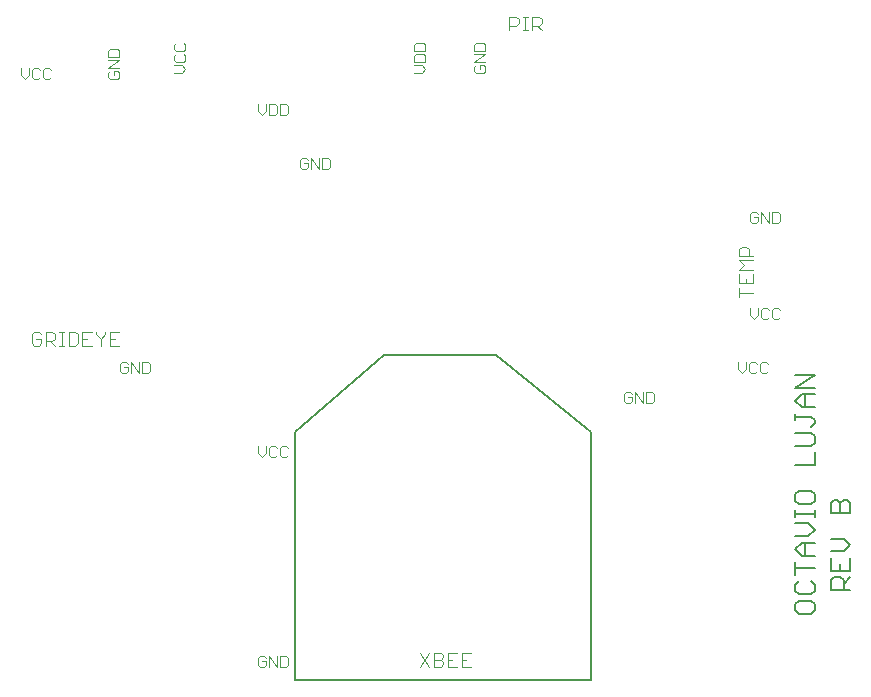
<source format=gto>
G75*
%MOIN*%
%OFA0B0*%
%FSLAX25Y25*%
%IPPOS*%
%LPD*%
%AMOC8*
5,1,8,0,0,1.08239X$1,22.5*
%
%ADD10C,0.00600*%
%ADD11C,0.00300*%
%ADD12C,0.00400*%
%ADD13C,0.00500*%
D10*
X0340091Y0030790D02*
X0341159Y0029722D01*
X0345429Y0029722D01*
X0346496Y0030790D01*
X0346496Y0032925D01*
X0345429Y0033992D01*
X0341159Y0033992D01*
X0340091Y0032925D01*
X0340091Y0030790D01*
X0341159Y0036168D02*
X0345429Y0036168D01*
X0346496Y0037235D01*
X0346496Y0039370D01*
X0345429Y0040438D01*
X0341159Y0040438D02*
X0340091Y0039370D01*
X0340091Y0037235D01*
X0341159Y0036168D01*
X0340091Y0042613D02*
X0340091Y0046883D01*
X0340091Y0044748D02*
X0346496Y0044748D01*
X0346496Y0049059D02*
X0342226Y0049059D01*
X0340091Y0051194D01*
X0342226Y0053329D01*
X0346496Y0053329D01*
X0344361Y0055504D02*
X0346496Y0057639D01*
X0344361Y0059774D01*
X0340091Y0059774D01*
X0340091Y0061950D02*
X0340091Y0064085D01*
X0340091Y0063017D02*
X0346496Y0063017D01*
X0346496Y0061950D02*
X0346496Y0064085D01*
X0345429Y0066247D02*
X0346496Y0067314D01*
X0346496Y0069449D01*
X0345429Y0070517D01*
X0341159Y0070517D01*
X0340091Y0069449D01*
X0340091Y0067314D01*
X0341159Y0066247D01*
X0345429Y0066247D01*
X0351902Y0066518D02*
X0352970Y0067585D01*
X0354037Y0067585D01*
X0355105Y0066518D01*
X0355105Y0063315D01*
X0358307Y0063315D02*
X0351902Y0063315D01*
X0351902Y0066518D01*
X0355105Y0066518D02*
X0356172Y0067585D01*
X0357240Y0067585D01*
X0358307Y0066518D01*
X0358307Y0063315D01*
X0356172Y0054694D02*
X0351902Y0054694D01*
X0351902Y0050424D02*
X0356172Y0050424D01*
X0358307Y0052559D01*
X0356172Y0054694D01*
X0358307Y0048249D02*
X0358307Y0043979D01*
X0351902Y0043979D01*
X0351902Y0048249D01*
X0355105Y0046114D02*
X0355105Y0043979D01*
X0355105Y0041803D02*
X0352970Y0041803D01*
X0351902Y0040736D01*
X0351902Y0037533D01*
X0358307Y0037533D01*
X0356172Y0037533D02*
X0356172Y0040736D01*
X0355105Y0041803D01*
X0356172Y0039668D02*
X0358307Y0041803D01*
X0343294Y0049059D02*
X0343294Y0053329D01*
X0344361Y0055504D02*
X0340091Y0055504D01*
X0340091Y0079138D02*
X0346496Y0079138D01*
X0346496Y0083408D01*
X0345429Y0085583D02*
X0346496Y0086651D01*
X0346496Y0088786D01*
X0345429Y0089853D01*
X0340091Y0089853D01*
X0340091Y0094164D02*
X0340091Y0096299D01*
X0340091Y0095231D02*
X0345429Y0095231D01*
X0346496Y0094164D01*
X0346496Y0093096D01*
X0345429Y0092029D01*
X0345429Y0085583D02*
X0340091Y0085583D01*
X0342226Y0098474D02*
X0340091Y0100609D01*
X0342226Y0102744D01*
X0346496Y0102744D01*
X0346496Y0104920D02*
X0340091Y0104920D01*
X0346496Y0109190D01*
X0340091Y0109190D01*
X0343294Y0102744D02*
X0343294Y0098474D01*
X0342226Y0098474D02*
X0346496Y0098474D01*
D11*
X0115721Y0109950D02*
X0115104Y0110567D01*
X0115104Y0113036D01*
X0115721Y0113653D01*
X0116956Y0113653D01*
X0117573Y0113036D01*
X0117573Y0111802D02*
X0116338Y0111802D01*
X0117573Y0111802D02*
X0117573Y0110567D01*
X0116956Y0109950D01*
X0115721Y0109950D01*
X0118787Y0109950D02*
X0118787Y0113653D01*
X0121256Y0109950D01*
X0121256Y0113653D01*
X0122470Y0113653D02*
X0124322Y0113653D01*
X0124939Y0113036D01*
X0124939Y0110567D01*
X0124322Y0109950D01*
X0122470Y0109950D01*
X0122470Y0113653D01*
X0161104Y0085653D02*
X0161104Y0083184D01*
X0162338Y0081950D01*
X0163573Y0083184D01*
X0163573Y0085653D01*
X0164787Y0085036D02*
X0164787Y0082567D01*
X0165404Y0081950D01*
X0166639Y0081950D01*
X0167256Y0082567D01*
X0168470Y0082567D02*
X0168470Y0085036D01*
X0169087Y0085653D01*
X0170322Y0085653D01*
X0170939Y0085036D01*
X0170939Y0082567D02*
X0170322Y0081950D01*
X0169087Y0081950D01*
X0168470Y0082567D01*
X0167256Y0085036D02*
X0166639Y0085653D01*
X0165404Y0085653D01*
X0164787Y0085036D01*
X0164787Y0015653D02*
X0167256Y0011950D01*
X0167256Y0015653D01*
X0168470Y0015653D02*
X0168470Y0011950D01*
X0170322Y0011950D01*
X0170939Y0012567D01*
X0170939Y0015036D01*
X0170322Y0015653D01*
X0168470Y0015653D01*
X0164787Y0015653D02*
X0164787Y0011950D01*
X0163573Y0012567D02*
X0163573Y0013802D01*
X0162338Y0013802D01*
X0161104Y0015036D02*
X0161104Y0012567D01*
X0161721Y0011950D01*
X0162956Y0011950D01*
X0163573Y0012567D01*
X0163573Y0015036D02*
X0162956Y0015653D01*
X0161721Y0015653D01*
X0161104Y0015036D01*
X0283104Y0100567D02*
X0283721Y0099950D01*
X0284956Y0099950D01*
X0285573Y0100567D01*
X0285573Y0101802D01*
X0284338Y0101802D01*
X0283104Y0103036D02*
X0283104Y0100567D01*
X0283104Y0103036D02*
X0283721Y0103653D01*
X0284956Y0103653D01*
X0285573Y0103036D01*
X0286787Y0103653D02*
X0289256Y0099950D01*
X0289256Y0103653D01*
X0290470Y0103653D02*
X0290470Y0099950D01*
X0292322Y0099950D01*
X0292939Y0100567D01*
X0292939Y0103036D01*
X0292322Y0103653D01*
X0290470Y0103653D01*
X0286787Y0103653D02*
X0286787Y0099950D01*
X0321104Y0111184D02*
X0322338Y0109950D01*
X0323573Y0111184D01*
X0323573Y0113653D01*
X0324787Y0113036D02*
X0324787Y0110567D01*
X0325404Y0109950D01*
X0326639Y0109950D01*
X0327256Y0110567D01*
X0328470Y0110567D02*
X0329087Y0109950D01*
X0330322Y0109950D01*
X0330939Y0110567D01*
X0328470Y0110567D02*
X0328470Y0113036D01*
X0329087Y0113653D01*
X0330322Y0113653D01*
X0330939Y0113036D01*
X0327256Y0113036D02*
X0326639Y0113653D01*
X0325404Y0113653D01*
X0324787Y0113036D01*
X0321104Y0113653D02*
X0321104Y0111184D01*
X0326338Y0127950D02*
X0327573Y0129184D01*
X0327573Y0131653D01*
X0328787Y0131036D02*
X0328787Y0128567D01*
X0329404Y0127950D01*
X0330639Y0127950D01*
X0331256Y0128567D01*
X0332470Y0128567D02*
X0333087Y0127950D01*
X0334322Y0127950D01*
X0334939Y0128567D01*
X0332470Y0128567D02*
X0332470Y0131036D01*
X0333087Y0131653D01*
X0334322Y0131653D01*
X0334939Y0131036D01*
X0331256Y0131036D02*
X0330639Y0131653D01*
X0329404Y0131653D01*
X0328787Y0131036D01*
X0325104Y0131653D02*
X0325104Y0129184D01*
X0326338Y0127950D01*
X0325721Y0159950D02*
X0326956Y0159950D01*
X0327573Y0160567D01*
X0327573Y0161802D01*
X0326338Y0161802D01*
X0325104Y0163036D02*
X0325104Y0160567D01*
X0325721Y0159950D01*
X0328787Y0159950D02*
X0328787Y0163653D01*
X0331256Y0159950D01*
X0331256Y0163653D01*
X0332470Y0163653D02*
X0334322Y0163653D01*
X0334939Y0163036D01*
X0334939Y0160567D01*
X0334322Y0159950D01*
X0332470Y0159950D01*
X0332470Y0163653D01*
X0327573Y0163036D02*
X0326956Y0163653D01*
X0325721Y0163653D01*
X0325104Y0163036D01*
X0236804Y0210567D02*
X0236804Y0211802D01*
X0236187Y0212419D01*
X0234952Y0212419D01*
X0234952Y0211184D01*
X0233718Y0209950D02*
X0236187Y0209950D01*
X0236804Y0210567D01*
X0236804Y0213633D02*
X0233101Y0213633D01*
X0236804Y0216102D01*
X0233101Y0216102D01*
X0233101Y0217316D02*
X0233101Y0219168D01*
X0233718Y0219785D01*
X0236187Y0219785D01*
X0236804Y0219168D01*
X0236804Y0217316D01*
X0233101Y0217316D01*
X0233718Y0212419D02*
X0233101Y0211802D01*
X0233101Y0210567D01*
X0233718Y0209950D01*
X0216804Y0211184D02*
X0215570Y0212419D01*
X0213101Y0212419D01*
X0213101Y0213633D02*
X0213101Y0215485D01*
X0213718Y0216102D01*
X0216187Y0216102D01*
X0216804Y0215485D01*
X0216804Y0213633D01*
X0213101Y0213633D01*
X0213101Y0209950D02*
X0215570Y0209950D01*
X0216804Y0211184D01*
X0216804Y0217316D02*
X0213101Y0217316D01*
X0213101Y0219168D01*
X0213718Y0219785D01*
X0216187Y0219785D01*
X0216804Y0219168D01*
X0216804Y0217316D01*
X0184322Y0181653D02*
X0182470Y0181653D01*
X0182470Y0177950D01*
X0184322Y0177950D01*
X0184939Y0178567D01*
X0184939Y0181036D01*
X0184322Y0181653D01*
X0181256Y0181653D02*
X0181256Y0177950D01*
X0178787Y0181653D01*
X0178787Y0177950D01*
X0177573Y0178567D02*
X0177573Y0179802D01*
X0176338Y0179802D01*
X0175104Y0181036D02*
X0175104Y0178567D01*
X0175721Y0177950D01*
X0176956Y0177950D01*
X0177573Y0178567D01*
X0177573Y0181036D02*
X0176956Y0181653D01*
X0175721Y0181653D01*
X0175104Y0181036D01*
X0170322Y0195950D02*
X0170939Y0196567D01*
X0170939Y0199036D01*
X0170322Y0199653D01*
X0168470Y0199653D01*
X0168470Y0195950D01*
X0170322Y0195950D01*
X0167256Y0196567D02*
X0167256Y0199036D01*
X0166639Y0199653D01*
X0164787Y0199653D01*
X0164787Y0195950D01*
X0166639Y0195950D01*
X0167256Y0196567D01*
X0163573Y0197184D02*
X0162338Y0195950D01*
X0161104Y0197184D01*
X0161104Y0199653D01*
X0163573Y0199653D02*
X0163573Y0197184D01*
X0136804Y0211184D02*
X0135570Y0212419D01*
X0133101Y0212419D01*
X0133718Y0213633D02*
X0136187Y0213633D01*
X0136804Y0214250D01*
X0136804Y0215485D01*
X0136187Y0216102D01*
X0136187Y0217316D02*
X0133718Y0217316D01*
X0133101Y0217933D01*
X0133101Y0219168D01*
X0133718Y0219785D01*
X0136187Y0219785D02*
X0136804Y0219168D01*
X0136804Y0217933D01*
X0136187Y0217316D01*
X0133718Y0216102D02*
X0133101Y0215485D01*
X0133101Y0214250D01*
X0133718Y0213633D01*
X0133101Y0209950D02*
X0135570Y0209950D01*
X0136804Y0211184D01*
X0114804Y0211633D02*
X0111101Y0211633D01*
X0114804Y0214102D01*
X0111101Y0214102D01*
X0111101Y0215316D02*
X0111101Y0217168D01*
X0111718Y0217785D01*
X0114187Y0217785D01*
X0114804Y0217168D01*
X0114804Y0215316D01*
X0111101Y0215316D01*
X0111718Y0210419D02*
X0111101Y0209802D01*
X0111101Y0208567D01*
X0111718Y0207950D01*
X0114187Y0207950D01*
X0114804Y0208567D01*
X0114804Y0209802D01*
X0114187Y0210419D01*
X0112952Y0210419D01*
X0112952Y0209184D01*
X0091890Y0208567D02*
X0091272Y0207950D01*
X0090038Y0207950D01*
X0089421Y0208567D01*
X0089421Y0211036D01*
X0090038Y0211653D01*
X0091272Y0211653D01*
X0091890Y0211036D01*
X0088206Y0211036D02*
X0087589Y0211653D01*
X0086355Y0211653D01*
X0085738Y0211036D01*
X0085738Y0208567D01*
X0086355Y0207950D01*
X0087589Y0207950D01*
X0088206Y0208567D01*
X0084523Y0209184D02*
X0084523Y0211653D01*
X0082055Y0211653D02*
X0082055Y0209184D01*
X0083289Y0207950D01*
X0084523Y0209184D01*
D12*
X0086331Y0123572D02*
X0085563Y0122805D01*
X0085563Y0119736D01*
X0086331Y0118969D01*
X0087865Y0118969D01*
X0088633Y0119736D01*
X0088633Y0121270D01*
X0087098Y0121270D01*
X0088633Y0122805D02*
X0087865Y0123572D01*
X0086331Y0123572D01*
X0090167Y0123572D02*
X0092469Y0123572D01*
X0093237Y0122805D01*
X0093237Y0121270D01*
X0092469Y0120503D01*
X0090167Y0120503D01*
X0090167Y0118969D02*
X0090167Y0123572D01*
X0091702Y0120503D02*
X0093237Y0118969D01*
X0094771Y0118969D02*
X0096306Y0118969D01*
X0095539Y0118969D02*
X0095539Y0123572D01*
X0096306Y0123572D02*
X0094771Y0123572D01*
X0097841Y0123572D02*
X0100142Y0123572D01*
X0100910Y0122805D01*
X0100910Y0119736D01*
X0100142Y0118969D01*
X0097841Y0118969D01*
X0097841Y0123572D01*
X0102444Y0123572D02*
X0102444Y0118969D01*
X0105514Y0118969D01*
X0103979Y0121270D02*
X0102444Y0121270D01*
X0102444Y0123572D02*
X0105514Y0123572D01*
X0107048Y0123572D02*
X0107048Y0122805D01*
X0108583Y0121270D01*
X0108583Y0118969D01*
X0108583Y0121270D02*
X0110118Y0122805D01*
X0110118Y0123572D01*
X0111652Y0123572D02*
X0111652Y0118969D01*
X0114722Y0118969D01*
X0113187Y0121270D02*
X0111652Y0121270D01*
X0111652Y0123572D02*
X0114722Y0123572D01*
X0215043Y0016612D02*
X0218112Y0012008D01*
X0219647Y0012008D02*
X0219647Y0016612D01*
X0221949Y0016612D01*
X0222716Y0015844D01*
X0222716Y0015077D01*
X0221949Y0014310D01*
X0219647Y0014310D01*
X0221949Y0014310D02*
X0222716Y0013543D01*
X0222716Y0012775D01*
X0221949Y0012008D01*
X0219647Y0012008D01*
X0224251Y0012008D02*
X0224251Y0016612D01*
X0227320Y0016612D01*
X0228855Y0016612D02*
X0228855Y0012008D01*
X0231924Y0012008D01*
X0230389Y0014310D02*
X0228855Y0014310D01*
X0228855Y0016612D02*
X0231924Y0016612D01*
X0227320Y0012008D02*
X0224251Y0012008D01*
X0224251Y0014310D02*
X0225785Y0014310D01*
X0218112Y0016612D02*
X0215043Y0012008D01*
X0321430Y0135169D02*
X0321430Y0138239D01*
X0321430Y0139773D02*
X0326033Y0139773D01*
X0326033Y0142842D01*
X0326033Y0144377D02*
X0321430Y0144377D01*
X0322964Y0145912D01*
X0321430Y0147446D01*
X0326033Y0147446D01*
X0326033Y0148981D02*
X0321430Y0148981D01*
X0321430Y0151283D01*
X0322197Y0152050D01*
X0323732Y0152050D01*
X0324499Y0151283D01*
X0324499Y0148981D01*
X0321430Y0142842D02*
X0321430Y0139773D01*
X0323732Y0139773D02*
X0323732Y0141308D01*
X0326033Y0136704D02*
X0321430Y0136704D01*
X0255503Y0224094D02*
X0253968Y0225629D01*
X0254735Y0225629D02*
X0252433Y0225629D01*
X0252433Y0224094D02*
X0252433Y0228698D01*
X0254735Y0228698D01*
X0255503Y0227931D01*
X0255503Y0226396D01*
X0254735Y0225629D01*
X0250899Y0224094D02*
X0249364Y0224094D01*
X0250131Y0224094D02*
X0250131Y0228698D01*
X0249364Y0228698D02*
X0250899Y0228698D01*
X0247830Y0227931D02*
X0247830Y0226396D01*
X0247062Y0225629D01*
X0244760Y0225629D01*
X0244760Y0224094D02*
X0244760Y0228698D01*
X0247062Y0228698D01*
X0247830Y0227931D01*
D13*
X0240370Y0115950D02*
X0202969Y0115950D01*
X0173441Y0090359D01*
X0173441Y0007682D01*
X0271867Y0007682D01*
X0271867Y0090359D01*
X0240370Y0115950D01*
M02*

</source>
